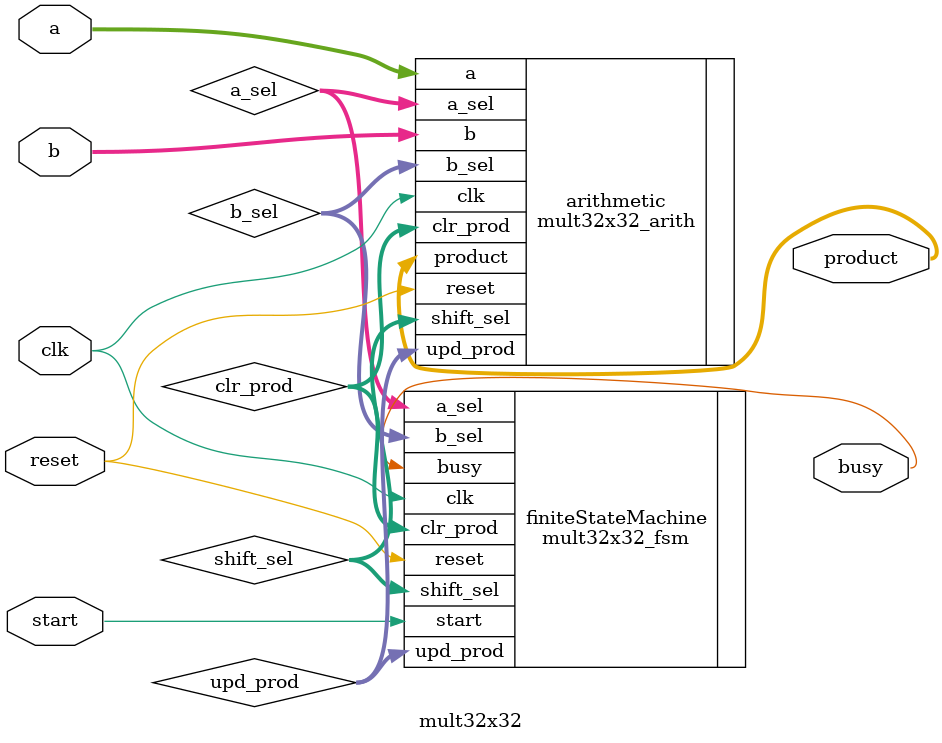
<source format=sv>
module mult32x32 (
    input logic clk,            // Clock
    input logic reset,          // Reset
    input logic start,          // Start signal
    input logic [31:0] a,       // Input a
    input logic [31:0] b,       // Input b
    output logic busy,          // Multiplier busy indication
    output logic [63:0] product // Miltiplication product
);

// Put your code here
// ------------------

logic  [1:0] a_sel,b_sel,upd_prod,clr_prod;
logic [2:0] shift_sel;
mult32x32_fsm finiteStateMachine(
    .clk(clk),                
    .reset(reset),            
    .start(start),           
    .busy(busy),             
    .a_sel(a_sel),            
    .b_sel(b_sel),            
    .shift_sel(shift_sel),    
    .upd_prod(upd_prod),      
    .clr_prod(clr_prod)       
);
mult32x32_arith arithmetic(
    .clk(clk),                 
    .reset(reset),                 
    .a(a),        
    .b(b),        
    .a_sel(a_sel),             
    .b_sel(b_sel),             
    .shift_sel(shift_sel),     
    .upd_prod(upd_prod),        
    .clr_prod(clr_prod),        
    .product(product)        
);
// End of your code

endmodule
</source>
